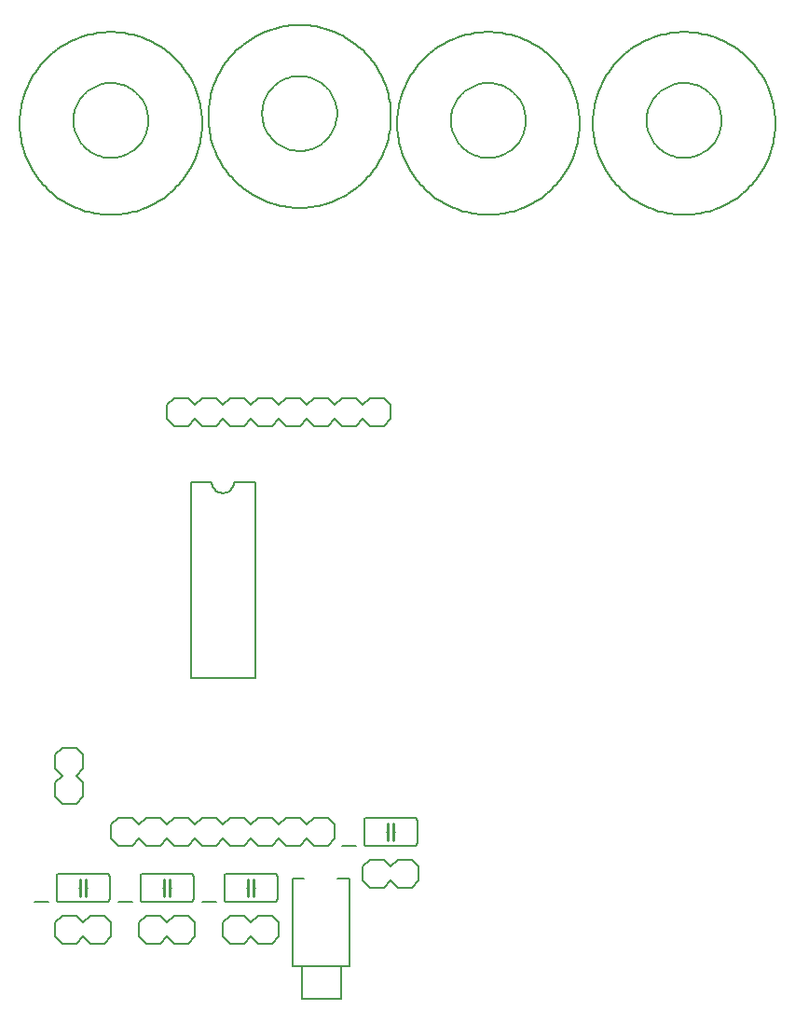
<source format=gto>
G75*
%MOIN*%
%OFA0B0*%
%FSLAX24Y24*%
%IPPOS*%
%LPD*%
%AMOC8*
5,1,8,0,0,1.08239X$1,22.5*
%
%ADD10C,0.0060*%
%ADD11C,0.0100*%
%ADD12C,0.0080*%
%ADD13C,0.0050*%
D10*
X003275Y008000D02*
X004975Y008000D01*
X004992Y008002D01*
X005009Y008006D01*
X005025Y008013D01*
X005039Y008023D01*
X005052Y008036D01*
X005062Y008050D01*
X005069Y008066D01*
X005073Y008083D01*
X005075Y008100D01*
X005075Y008900D01*
X005073Y008917D01*
X005069Y008934D01*
X005062Y008950D01*
X005052Y008964D01*
X005039Y008977D01*
X005025Y008987D01*
X005009Y008994D01*
X004992Y008998D01*
X004975Y009000D01*
X003275Y009000D01*
X003258Y008998D01*
X003241Y008994D01*
X003225Y008987D01*
X003211Y008977D01*
X003198Y008964D01*
X003188Y008950D01*
X003181Y008934D01*
X003177Y008917D01*
X003175Y008900D01*
X003175Y008100D01*
X003177Y008083D01*
X003181Y008066D01*
X003188Y008050D01*
X003198Y008036D01*
X003211Y008023D01*
X003225Y008013D01*
X003241Y008006D01*
X003258Y008002D01*
X003275Y008000D01*
X003975Y008500D02*
X004025Y008500D01*
X004225Y008500D02*
X004275Y008500D01*
X006175Y008900D02*
X006175Y008100D01*
X006177Y008083D01*
X006181Y008066D01*
X006188Y008050D01*
X006198Y008036D01*
X006211Y008023D01*
X006225Y008013D01*
X006241Y008006D01*
X006258Y008002D01*
X006275Y008000D01*
X007975Y008000D01*
X007992Y008002D01*
X008009Y008006D01*
X008025Y008013D01*
X008039Y008023D01*
X008052Y008036D01*
X008062Y008050D01*
X008069Y008066D01*
X008073Y008083D01*
X008075Y008100D01*
X008075Y008900D01*
X008073Y008917D01*
X008069Y008934D01*
X008062Y008950D01*
X008052Y008964D01*
X008039Y008977D01*
X008025Y008987D01*
X008009Y008994D01*
X007992Y008998D01*
X007975Y009000D01*
X006275Y009000D01*
X006258Y008998D01*
X006241Y008994D01*
X006225Y008987D01*
X006211Y008977D01*
X006198Y008964D01*
X006188Y008950D01*
X006181Y008934D01*
X006177Y008917D01*
X006175Y008900D01*
X006975Y008500D02*
X007025Y008500D01*
X007225Y008500D02*
X007275Y008500D01*
X009175Y008900D02*
X009175Y008100D01*
X009177Y008083D01*
X009181Y008066D01*
X009188Y008050D01*
X009198Y008036D01*
X009211Y008023D01*
X009225Y008013D01*
X009241Y008006D01*
X009258Y008002D01*
X009275Y008000D01*
X010975Y008000D01*
X010992Y008002D01*
X011009Y008006D01*
X011025Y008013D01*
X011039Y008023D01*
X011052Y008036D01*
X011062Y008050D01*
X011069Y008066D01*
X011073Y008083D01*
X011075Y008100D01*
X011075Y008900D01*
X011073Y008917D01*
X011069Y008934D01*
X011062Y008950D01*
X011052Y008964D01*
X011039Y008977D01*
X011025Y008987D01*
X011009Y008994D01*
X010992Y008998D01*
X010975Y009000D01*
X009275Y009000D01*
X009258Y008998D01*
X009241Y008994D01*
X009225Y008987D01*
X009211Y008977D01*
X009198Y008964D01*
X009188Y008950D01*
X009181Y008934D01*
X009177Y008917D01*
X009175Y008900D01*
X009975Y008500D02*
X010025Y008500D01*
X010225Y008500D02*
X010275Y008500D01*
X014175Y010100D02*
X014175Y010900D01*
X014177Y010917D01*
X014181Y010934D01*
X014188Y010950D01*
X014198Y010964D01*
X014211Y010977D01*
X014225Y010987D01*
X014241Y010994D01*
X014258Y010998D01*
X014275Y011000D01*
X015975Y011000D01*
X015992Y010998D01*
X016009Y010994D01*
X016025Y010987D01*
X016039Y010977D01*
X016052Y010964D01*
X016062Y010950D01*
X016069Y010934D01*
X016073Y010917D01*
X016075Y010900D01*
X016075Y010100D01*
X016073Y010083D01*
X016069Y010066D01*
X016062Y010050D01*
X016052Y010036D01*
X016039Y010023D01*
X016025Y010013D01*
X016009Y010006D01*
X015992Y010002D01*
X015975Y010000D01*
X014275Y010000D01*
X014258Y010002D01*
X014241Y010006D01*
X014225Y010013D01*
X014211Y010023D01*
X014198Y010036D01*
X014188Y010050D01*
X014181Y010066D01*
X014177Y010083D01*
X014175Y010100D01*
X014975Y010500D02*
X015025Y010500D01*
X015225Y010500D02*
X015275Y010500D01*
X010275Y016000D02*
X007975Y016000D01*
X007975Y023000D01*
X008725Y023000D01*
X008727Y022961D01*
X008733Y022922D01*
X008742Y022884D01*
X008755Y022847D01*
X008772Y022811D01*
X008792Y022778D01*
X008816Y022746D01*
X008842Y022717D01*
X008871Y022691D01*
X008903Y022667D01*
X008936Y022647D01*
X008972Y022630D01*
X009009Y022617D01*
X009047Y022608D01*
X009086Y022602D01*
X009125Y022600D01*
X009164Y022602D01*
X009203Y022608D01*
X009241Y022617D01*
X009278Y022630D01*
X009314Y022647D01*
X009347Y022667D01*
X009379Y022691D01*
X009408Y022717D01*
X009434Y022746D01*
X009458Y022778D01*
X009478Y022811D01*
X009495Y022847D01*
X009508Y022884D01*
X009517Y022922D01*
X009523Y022961D01*
X009525Y023000D01*
X010275Y023000D01*
X010275Y016000D01*
D11*
X015025Y010800D02*
X015025Y010500D01*
X015025Y010200D01*
X015225Y010200D02*
X015225Y010500D01*
X015225Y010800D01*
X010225Y008800D02*
X010225Y008500D01*
X010225Y008200D01*
X010025Y008200D02*
X010025Y008500D01*
X010025Y008800D01*
X007225Y008800D02*
X007225Y008500D01*
X007225Y008200D01*
X007025Y008200D02*
X007025Y008500D01*
X007025Y008800D01*
X004225Y008800D02*
X004225Y008500D01*
X004225Y008200D01*
X004025Y008200D02*
X004025Y008500D01*
X004025Y008800D01*
D12*
X003875Y006500D02*
X003375Y006500D01*
X003125Y006750D01*
X003125Y007250D01*
X003375Y007500D01*
X003875Y007500D01*
X004125Y007250D01*
X004375Y007500D01*
X004875Y007500D01*
X005125Y007250D01*
X005125Y006750D01*
X004875Y006500D01*
X004375Y006500D01*
X004125Y006750D01*
X003875Y006500D01*
X002875Y008000D02*
X002375Y008000D01*
X005125Y010250D02*
X005125Y010750D01*
X005375Y011000D01*
X005875Y011000D01*
X006125Y010750D01*
X006375Y011000D01*
X006875Y011000D01*
X007125Y010750D01*
X007375Y011000D01*
X007875Y011000D01*
X008125Y010750D01*
X008375Y011000D01*
X008875Y011000D01*
X009125Y010750D01*
X009375Y011000D01*
X009875Y011000D01*
X010125Y010750D01*
X010375Y011000D01*
X010875Y011000D01*
X011125Y010750D01*
X011375Y011000D01*
X011875Y011000D01*
X012125Y010750D01*
X012375Y011000D01*
X012875Y011000D01*
X013125Y010750D01*
X013125Y010250D01*
X012875Y010000D01*
X012375Y010000D01*
X012125Y010250D01*
X011875Y010000D01*
X011375Y010000D01*
X011125Y010250D01*
X010875Y010000D01*
X010375Y010000D01*
X010125Y010250D01*
X009875Y010000D01*
X009375Y010000D01*
X009125Y010250D01*
X008875Y010000D01*
X008375Y010000D01*
X008125Y010250D01*
X007875Y010000D01*
X007375Y010000D01*
X007125Y010250D01*
X006875Y010000D01*
X006375Y010000D01*
X006125Y010250D01*
X005875Y010000D01*
X005375Y010000D01*
X005125Y010250D01*
X003875Y011500D02*
X004125Y011750D01*
X004125Y012250D01*
X003875Y012500D01*
X004125Y012750D01*
X004125Y013250D01*
X003875Y013500D01*
X003375Y013500D01*
X003125Y013250D01*
X003125Y012750D01*
X003375Y012500D01*
X003125Y012250D01*
X003125Y011750D01*
X003375Y011500D01*
X003875Y011500D01*
X005375Y008000D02*
X005875Y008000D01*
X006375Y007500D02*
X006125Y007250D01*
X006125Y006750D01*
X006375Y006500D01*
X006875Y006500D01*
X007125Y006750D01*
X007375Y006500D01*
X007875Y006500D01*
X008125Y006750D01*
X008125Y007250D01*
X007875Y007500D01*
X007375Y007500D01*
X007125Y007250D01*
X006875Y007500D01*
X006375Y007500D01*
X008375Y008000D02*
X008875Y008000D01*
X009375Y007500D02*
X009125Y007250D01*
X009125Y006750D01*
X009375Y006500D01*
X009875Y006500D01*
X010125Y006750D01*
X010375Y006500D01*
X010875Y006500D01*
X011125Y006750D01*
X011125Y007250D01*
X010875Y007500D01*
X010375Y007500D01*
X010125Y007250D01*
X009875Y007500D01*
X009375Y007500D01*
X013375Y010000D02*
X013875Y010000D01*
X014375Y009500D02*
X014125Y009250D01*
X014125Y008750D01*
X014375Y008500D01*
X014875Y008500D01*
X015125Y008750D01*
X015375Y008500D01*
X015875Y008500D01*
X016125Y008750D01*
X016125Y009250D01*
X015875Y009500D01*
X015375Y009500D01*
X015125Y009250D01*
X014875Y009500D01*
X014375Y009500D01*
X014375Y025000D02*
X014125Y025250D01*
X013875Y025000D01*
X013375Y025000D01*
X013125Y025250D01*
X012875Y025000D01*
X012375Y025000D01*
X012125Y025250D01*
X011875Y025000D01*
X011375Y025000D01*
X011125Y025250D01*
X010875Y025000D01*
X010375Y025000D01*
X010125Y025250D01*
X009875Y025000D01*
X009375Y025000D01*
X009125Y025250D01*
X008875Y025000D01*
X008375Y025000D01*
X008125Y025250D01*
X007875Y025000D01*
X007375Y025000D01*
X007125Y025250D01*
X007125Y025750D01*
X007375Y026000D01*
X007875Y026000D01*
X008125Y025750D01*
X008375Y026000D01*
X008875Y026000D01*
X009125Y025750D01*
X009375Y026000D01*
X009875Y026000D01*
X010125Y025750D01*
X010375Y026000D01*
X010875Y026000D01*
X011125Y025750D01*
X011375Y026000D01*
X011875Y026000D01*
X012125Y025750D01*
X012375Y026000D01*
X012875Y026000D01*
X013125Y025750D01*
X013375Y026000D01*
X013875Y026000D01*
X014125Y025750D01*
X014375Y026000D01*
X014875Y026000D01*
X015125Y025750D01*
X015125Y025250D01*
X014875Y025000D01*
X014375Y025000D01*
D13*
X015360Y035811D02*
X015362Y035925D01*
X015368Y036039D01*
X015378Y036152D01*
X015392Y036265D01*
X015410Y036378D01*
X015431Y036490D01*
X015457Y036601D01*
X015486Y036711D01*
X015520Y036820D01*
X015557Y036928D01*
X015598Y037034D01*
X015642Y037139D01*
X015690Y037242D01*
X015742Y037344D01*
X015797Y037443D01*
X015856Y037541D01*
X015918Y037637D01*
X015984Y037730D01*
X016052Y037821D01*
X016124Y037910D01*
X016199Y037996D01*
X016276Y038079D01*
X016357Y038160D01*
X016440Y038237D01*
X016526Y038312D01*
X016615Y038384D01*
X016706Y038452D01*
X016799Y038518D01*
X016895Y038580D01*
X016992Y038639D01*
X017092Y038694D01*
X017194Y038746D01*
X017297Y038794D01*
X017402Y038838D01*
X017508Y038879D01*
X017616Y038916D01*
X017725Y038950D01*
X017835Y038979D01*
X017946Y039005D01*
X018058Y039026D01*
X018171Y039044D01*
X018284Y039058D01*
X018397Y039068D01*
X018511Y039074D01*
X018625Y039076D01*
X018739Y039074D01*
X018853Y039068D01*
X018966Y039058D01*
X019079Y039044D01*
X019192Y039026D01*
X019304Y039005D01*
X019415Y038979D01*
X019525Y038950D01*
X019634Y038916D01*
X019742Y038879D01*
X019848Y038838D01*
X019953Y038794D01*
X020056Y038746D01*
X020158Y038694D01*
X020257Y038639D01*
X020355Y038580D01*
X020451Y038518D01*
X020544Y038452D01*
X020635Y038384D01*
X020724Y038312D01*
X020810Y038237D01*
X020893Y038160D01*
X020974Y038079D01*
X021051Y037996D01*
X021126Y037910D01*
X021198Y037821D01*
X021266Y037730D01*
X021332Y037637D01*
X021394Y037541D01*
X021453Y037443D01*
X021508Y037344D01*
X021560Y037242D01*
X021608Y037139D01*
X021652Y037034D01*
X021693Y036928D01*
X021730Y036820D01*
X021764Y036711D01*
X021793Y036601D01*
X021819Y036490D01*
X021840Y036378D01*
X021858Y036265D01*
X021872Y036152D01*
X021882Y036039D01*
X021888Y035925D01*
X021890Y035811D01*
X021888Y035697D01*
X021882Y035583D01*
X021872Y035470D01*
X021858Y035357D01*
X021840Y035244D01*
X021819Y035132D01*
X021793Y035021D01*
X021764Y034911D01*
X021730Y034802D01*
X021693Y034694D01*
X021652Y034588D01*
X021608Y034483D01*
X021560Y034380D01*
X021508Y034278D01*
X021453Y034178D01*
X021394Y034081D01*
X021332Y033985D01*
X021266Y033892D01*
X021198Y033801D01*
X021126Y033712D01*
X021051Y033626D01*
X020974Y033543D01*
X020893Y033462D01*
X020810Y033385D01*
X020724Y033310D01*
X020635Y033238D01*
X020544Y033170D01*
X020451Y033104D01*
X020355Y033042D01*
X020258Y032983D01*
X020158Y032928D01*
X020056Y032876D01*
X019953Y032828D01*
X019848Y032784D01*
X019742Y032743D01*
X019634Y032706D01*
X019525Y032672D01*
X019415Y032643D01*
X019304Y032617D01*
X019192Y032596D01*
X019079Y032578D01*
X018966Y032564D01*
X018853Y032554D01*
X018739Y032548D01*
X018625Y032546D01*
X018511Y032548D01*
X018397Y032554D01*
X018284Y032564D01*
X018171Y032578D01*
X018058Y032596D01*
X017946Y032617D01*
X017835Y032643D01*
X017725Y032672D01*
X017616Y032706D01*
X017508Y032743D01*
X017402Y032784D01*
X017297Y032828D01*
X017194Y032876D01*
X017092Y032928D01*
X016992Y032983D01*
X016895Y033042D01*
X016799Y033104D01*
X016706Y033170D01*
X016615Y033238D01*
X016526Y033310D01*
X016440Y033385D01*
X016357Y033462D01*
X016276Y033543D01*
X016199Y033626D01*
X016124Y033712D01*
X016052Y033801D01*
X015984Y033892D01*
X015918Y033985D01*
X015856Y034081D01*
X015797Y034178D01*
X015742Y034278D01*
X015690Y034380D01*
X015642Y034483D01*
X015598Y034588D01*
X015557Y034694D01*
X015520Y034802D01*
X015486Y034911D01*
X015457Y035021D01*
X015431Y035132D01*
X015410Y035244D01*
X015392Y035357D01*
X015378Y035470D01*
X015368Y035583D01*
X015362Y035697D01*
X015360Y035811D01*
X017286Y035917D02*
X017288Y035990D01*
X017294Y036063D01*
X017304Y036135D01*
X017318Y036207D01*
X017336Y036278D01*
X017357Y036348D01*
X017383Y036417D01*
X017412Y036484D01*
X017445Y036549D01*
X017481Y036613D01*
X017521Y036674D01*
X017564Y036733D01*
X017610Y036790D01*
X017659Y036844D01*
X017711Y036896D01*
X017766Y036944D01*
X017823Y036989D01*
X017883Y037032D01*
X017945Y037070D01*
X018009Y037106D01*
X018075Y037138D01*
X018142Y037166D01*
X018211Y037190D01*
X018281Y037211D01*
X018353Y037228D01*
X018425Y037241D01*
X018497Y037250D01*
X018570Y037255D01*
X018643Y037256D01*
X018716Y037253D01*
X018789Y037246D01*
X018862Y037235D01*
X018933Y037220D01*
X019004Y037201D01*
X019073Y037179D01*
X019142Y037152D01*
X019208Y037122D01*
X019273Y037089D01*
X019336Y037051D01*
X019397Y037011D01*
X019456Y036967D01*
X019512Y036920D01*
X019565Y036870D01*
X019616Y036817D01*
X019664Y036762D01*
X019708Y036704D01*
X019750Y036644D01*
X019788Y036581D01*
X019822Y036517D01*
X019853Y036450D01*
X019880Y036383D01*
X019904Y036313D01*
X019924Y036243D01*
X019940Y036171D01*
X019952Y036099D01*
X019960Y036027D01*
X019964Y035954D01*
X019964Y035880D01*
X019960Y035807D01*
X019952Y035735D01*
X019940Y035663D01*
X019924Y035591D01*
X019904Y035521D01*
X019880Y035451D01*
X019853Y035384D01*
X019822Y035317D01*
X019788Y035253D01*
X019750Y035190D01*
X019708Y035130D01*
X019664Y035072D01*
X019616Y035017D01*
X019565Y034964D01*
X019512Y034914D01*
X019456Y034867D01*
X019397Y034823D01*
X019336Y034783D01*
X019273Y034745D01*
X019208Y034712D01*
X019142Y034682D01*
X019073Y034655D01*
X019004Y034633D01*
X018933Y034614D01*
X018862Y034599D01*
X018789Y034588D01*
X018716Y034581D01*
X018643Y034578D01*
X018570Y034579D01*
X018497Y034584D01*
X018425Y034593D01*
X018353Y034606D01*
X018281Y034623D01*
X018211Y034644D01*
X018142Y034668D01*
X018075Y034696D01*
X018009Y034728D01*
X017945Y034764D01*
X017883Y034802D01*
X017823Y034845D01*
X017766Y034890D01*
X017711Y034938D01*
X017659Y034990D01*
X017610Y035044D01*
X017564Y035101D01*
X017521Y035160D01*
X017481Y035221D01*
X017445Y035285D01*
X017412Y035350D01*
X017383Y035417D01*
X017357Y035486D01*
X017336Y035556D01*
X017318Y035627D01*
X017304Y035699D01*
X017294Y035771D01*
X017288Y035844D01*
X017286Y035917D01*
X008610Y036061D02*
X008612Y036175D01*
X008618Y036289D01*
X008628Y036402D01*
X008642Y036515D01*
X008660Y036628D01*
X008681Y036740D01*
X008707Y036851D01*
X008736Y036961D01*
X008770Y037070D01*
X008807Y037178D01*
X008848Y037284D01*
X008892Y037389D01*
X008940Y037492D01*
X008992Y037594D01*
X009047Y037693D01*
X009106Y037791D01*
X009168Y037887D01*
X009234Y037980D01*
X009302Y038071D01*
X009374Y038160D01*
X009449Y038246D01*
X009526Y038329D01*
X009607Y038410D01*
X009690Y038487D01*
X009776Y038562D01*
X009865Y038634D01*
X009956Y038702D01*
X010049Y038768D01*
X010145Y038830D01*
X010242Y038889D01*
X010342Y038944D01*
X010444Y038996D01*
X010547Y039044D01*
X010652Y039088D01*
X010758Y039129D01*
X010866Y039166D01*
X010975Y039200D01*
X011085Y039229D01*
X011196Y039255D01*
X011308Y039276D01*
X011421Y039294D01*
X011534Y039308D01*
X011647Y039318D01*
X011761Y039324D01*
X011875Y039326D01*
X011989Y039324D01*
X012103Y039318D01*
X012216Y039308D01*
X012329Y039294D01*
X012442Y039276D01*
X012554Y039255D01*
X012665Y039229D01*
X012775Y039200D01*
X012884Y039166D01*
X012992Y039129D01*
X013098Y039088D01*
X013203Y039044D01*
X013306Y038996D01*
X013408Y038944D01*
X013507Y038889D01*
X013605Y038830D01*
X013701Y038768D01*
X013794Y038702D01*
X013885Y038634D01*
X013974Y038562D01*
X014060Y038487D01*
X014143Y038410D01*
X014224Y038329D01*
X014301Y038246D01*
X014376Y038160D01*
X014448Y038071D01*
X014516Y037980D01*
X014582Y037887D01*
X014644Y037791D01*
X014703Y037693D01*
X014758Y037594D01*
X014810Y037492D01*
X014858Y037389D01*
X014902Y037284D01*
X014943Y037178D01*
X014980Y037070D01*
X015014Y036961D01*
X015043Y036851D01*
X015069Y036740D01*
X015090Y036628D01*
X015108Y036515D01*
X015122Y036402D01*
X015132Y036289D01*
X015138Y036175D01*
X015140Y036061D01*
X015138Y035947D01*
X015132Y035833D01*
X015122Y035720D01*
X015108Y035607D01*
X015090Y035494D01*
X015069Y035382D01*
X015043Y035271D01*
X015014Y035161D01*
X014980Y035052D01*
X014943Y034944D01*
X014902Y034838D01*
X014858Y034733D01*
X014810Y034630D01*
X014758Y034528D01*
X014703Y034428D01*
X014644Y034331D01*
X014582Y034235D01*
X014516Y034142D01*
X014448Y034051D01*
X014376Y033962D01*
X014301Y033876D01*
X014224Y033793D01*
X014143Y033712D01*
X014060Y033635D01*
X013974Y033560D01*
X013885Y033488D01*
X013794Y033420D01*
X013701Y033354D01*
X013605Y033292D01*
X013508Y033233D01*
X013408Y033178D01*
X013306Y033126D01*
X013203Y033078D01*
X013098Y033034D01*
X012992Y032993D01*
X012884Y032956D01*
X012775Y032922D01*
X012665Y032893D01*
X012554Y032867D01*
X012442Y032846D01*
X012329Y032828D01*
X012216Y032814D01*
X012103Y032804D01*
X011989Y032798D01*
X011875Y032796D01*
X011761Y032798D01*
X011647Y032804D01*
X011534Y032814D01*
X011421Y032828D01*
X011308Y032846D01*
X011196Y032867D01*
X011085Y032893D01*
X010975Y032922D01*
X010866Y032956D01*
X010758Y032993D01*
X010652Y033034D01*
X010547Y033078D01*
X010444Y033126D01*
X010342Y033178D01*
X010242Y033233D01*
X010145Y033292D01*
X010049Y033354D01*
X009956Y033420D01*
X009865Y033488D01*
X009776Y033560D01*
X009690Y033635D01*
X009607Y033712D01*
X009526Y033793D01*
X009449Y033876D01*
X009374Y033962D01*
X009302Y034051D01*
X009234Y034142D01*
X009168Y034235D01*
X009106Y034331D01*
X009047Y034428D01*
X008992Y034528D01*
X008940Y034630D01*
X008892Y034733D01*
X008848Y034838D01*
X008807Y034944D01*
X008770Y035052D01*
X008736Y035161D01*
X008707Y035271D01*
X008681Y035382D01*
X008660Y035494D01*
X008642Y035607D01*
X008628Y035720D01*
X008618Y035833D01*
X008612Y035947D01*
X008610Y036061D01*
X010536Y036167D02*
X010538Y036240D01*
X010544Y036313D01*
X010554Y036385D01*
X010568Y036457D01*
X010586Y036528D01*
X010607Y036598D01*
X010633Y036667D01*
X010662Y036734D01*
X010695Y036799D01*
X010731Y036863D01*
X010771Y036924D01*
X010814Y036983D01*
X010860Y037040D01*
X010909Y037094D01*
X010961Y037146D01*
X011016Y037194D01*
X011073Y037239D01*
X011133Y037282D01*
X011195Y037320D01*
X011259Y037356D01*
X011325Y037388D01*
X011392Y037416D01*
X011461Y037440D01*
X011531Y037461D01*
X011603Y037478D01*
X011675Y037491D01*
X011747Y037500D01*
X011820Y037505D01*
X011893Y037506D01*
X011966Y037503D01*
X012039Y037496D01*
X012112Y037485D01*
X012183Y037470D01*
X012254Y037451D01*
X012323Y037429D01*
X012392Y037402D01*
X012458Y037372D01*
X012523Y037339D01*
X012586Y037301D01*
X012647Y037261D01*
X012706Y037217D01*
X012762Y037170D01*
X012815Y037120D01*
X012866Y037067D01*
X012914Y037012D01*
X012958Y036954D01*
X013000Y036894D01*
X013038Y036831D01*
X013072Y036767D01*
X013103Y036700D01*
X013130Y036633D01*
X013154Y036563D01*
X013174Y036493D01*
X013190Y036421D01*
X013202Y036349D01*
X013210Y036277D01*
X013214Y036204D01*
X013214Y036130D01*
X013210Y036057D01*
X013202Y035985D01*
X013190Y035913D01*
X013174Y035841D01*
X013154Y035771D01*
X013130Y035701D01*
X013103Y035634D01*
X013072Y035567D01*
X013038Y035503D01*
X013000Y035440D01*
X012958Y035380D01*
X012914Y035322D01*
X012866Y035267D01*
X012815Y035214D01*
X012762Y035164D01*
X012706Y035117D01*
X012647Y035073D01*
X012586Y035033D01*
X012523Y034995D01*
X012458Y034962D01*
X012392Y034932D01*
X012323Y034905D01*
X012254Y034883D01*
X012183Y034864D01*
X012112Y034849D01*
X012039Y034838D01*
X011966Y034831D01*
X011893Y034828D01*
X011820Y034829D01*
X011747Y034834D01*
X011675Y034843D01*
X011603Y034856D01*
X011531Y034873D01*
X011461Y034894D01*
X011392Y034918D01*
X011325Y034946D01*
X011259Y034978D01*
X011195Y035014D01*
X011133Y035052D01*
X011073Y035095D01*
X011016Y035140D01*
X010961Y035188D01*
X010909Y035240D01*
X010860Y035294D01*
X010814Y035351D01*
X010771Y035410D01*
X010731Y035471D01*
X010695Y035535D01*
X010662Y035600D01*
X010633Y035667D01*
X010607Y035736D01*
X010586Y035806D01*
X010568Y035877D01*
X010554Y035949D01*
X010544Y036021D01*
X010538Y036094D01*
X010536Y036167D01*
X003786Y035917D02*
X003788Y035990D01*
X003794Y036063D01*
X003804Y036135D01*
X003818Y036207D01*
X003836Y036278D01*
X003857Y036348D01*
X003883Y036417D01*
X003912Y036484D01*
X003945Y036549D01*
X003981Y036613D01*
X004021Y036674D01*
X004064Y036733D01*
X004110Y036790D01*
X004159Y036844D01*
X004211Y036896D01*
X004266Y036944D01*
X004323Y036989D01*
X004383Y037032D01*
X004445Y037070D01*
X004509Y037106D01*
X004575Y037138D01*
X004642Y037166D01*
X004711Y037190D01*
X004781Y037211D01*
X004853Y037228D01*
X004925Y037241D01*
X004997Y037250D01*
X005070Y037255D01*
X005143Y037256D01*
X005216Y037253D01*
X005289Y037246D01*
X005362Y037235D01*
X005433Y037220D01*
X005504Y037201D01*
X005573Y037179D01*
X005642Y037152D01*
X005708Y037122D01*
X005773Y037089D01*
X005836Y037051D01*
X005897Y037011D01*
X005956Y036967D01*
X006012Y036920D01*
X006065Y036870D01*
X006116Y036817D01*
X006164Y036762D01*
X006208Y036704D01*
X006250Y036644D01*
X006288Y036581D01*
X006322Y036517D01*
X006353Y036450D01*
X006380Y036383D01*
X006404Y036313D01*
X006424Y036243D01*
X006440Y036171D01*
X006452Y036099D01*
X006460Y036027D01*
X006464Y035954D01*
X006464Y035880D01*
X006460Y035807D01*
X006452Y035735D01*
X006440Y035663D01*
X006424Y035591D01*
X006404Y035521D01*
X006380Y035451D01*
X006353Y035384D01*
X006322Y035317D01*
X006288Y035253D01*
X006250Y035190D01*
X006208Y035130D01*
X006164Y035072D01*
X006116Y035017D01*
X006065Y034964D01*
X006012Y034914D01*
X005956Y034867D01*
X005897Y034823D01*
X005836Y034783D01*
X005773Y034745D01*
X005708Y034712D01*
X005642Y034682D01*
X005573Y034655D01*
X005504Y034633D01*
X005433Y034614D01*
X005362Y034599D01*
X005289Y034588D01*
X005216Y034581D01*
X005143Y034578D01*
X005070Y034579D01*
X004997Y034584D01*
X004925Y034593D01*
X004853Y034606D01*
X004781Y034623D01*
X004711Y034644D01*
X004642Y034668D01*
X004575Y034696D01*
X004509Y034728D01*
X004445Y034764D01*
X004383Y034802D01*
X004323Y034845D01*
X004266Y034890D01*
X004211Y034938D01*
X004159Y034990D01*
X004110Y035044D01*
X004064Y035101D01*
X004021Y035160D01*
X003981Y035221D01*
X003945Y035285D01*
X003912Y035350D01*
X003883Y035417D01*
X003857Y035486D01*
X003836Y035556D01*
X003818Y035627D01*
X003804Y035699D01*
X003794Y035771D01*
X003788Y035844D01*
X003786Y035917D01*
X001860Y035811D02*
X001862Y035925D01*
X001868Y036039D01*
X001878Y036152D01*
X001892Y036265D01*
X001910Y036378D01*
X001931Y036490D01*
X001957Y036601D01*
X001986Y036711D01*
X002020Y036820D01*
X002057Y036928D01*
X002098Y037034D01*
X002142Y037139D01*
X002190Y037242D01*
X002242Y037344D01*
X002297Y037443D01*
X002356Y037541D01*
X002418Y037637D01*
X002484Y037730D01*
X002552Y037821D01*
X002624Y037910D01*
X002699Y037996D01*
X002776Y038079D01*
X002857Y038160D01*
X002940Y038237D01*
X003026Y038312D01*
X003115Y038384D01*
X003206Y038452D01*
X003299Y038518D01*
X003395Y038580D01*
X003492Y038639D01*
X003592Y038694D01*
X003694Y038746D01*
X003797Y038794D01*
X003902Y038838D01*
X004008Y038879D01*
X004116Y038916D01*
X004225Y038950D01*
X004335Y038979D01*
X004446Y039005D01*
X004558Y039026D01*
X004671Y039044D01*
X004784Y039058D01*
X004897Y039068D01*
X005011Y039074D01*
X005125Y039076D01*
X005239Y039074D01*
X005353Y039068D01*
X005466Y039058D01*
X005579Y039044D01*
X005692Y039026D01*
X005804Y039005D01*
X005915Y038979D01*
X006025Y038950D01*
X006134Y038916D01*
X006242Y038879D01*
X006348Y038838D01*
X006453Y038794D01*
X006556Y038746D01*
X006658Y038694D01*
X006757Y038639D01*
X006855Y038580D01*
X006951Y038518D01*
X007044Y038452D01*
X007135Y038384D01*
X007224Y038312D01*
X007310Y038237D01*
X007393Y038160D01*
X007474Y038079D01*
X007551Y037996D01*
X007626Y037910D01*
X007698Y037821D01*
X007766Y037730D01*
X007832Y037637D01*
X007894Y037541D01*
X007953Y037443D01*
X008008Y037344D01*
X008060Y037242D01*
X008108Y037139D01*
X008152Y037034D01*
X008193Y036928D01*
X008230Y036820D01*
X008264Y036711D01*
X008293Y036601D01*
X008319Y036490D01*
X008340Y036378D01*
X008358Y036265D01*
X008372Y036152D01*
X008382Y036039D01*
X008388Y035925D01*
X008390Y035811D01*
X008388Y035697D01*
X008382Y035583D01*
X008372Y035470D01*
X008358Y035357D01*
X008340Y035244D01*
X008319Y035132D01*
X008293Y035021D01*
X008264Y034911D01*
X008230Y034802D01*
X008193Y034694D01*
X008152Y034588D01*
X008108Y034483D01*
X008060Y034380D01*
X008008Y034278D01*
X007953Y034178D01*
X007894Y034081D01*
X007832Y033985D01*
X007766Y033892D01*
X007698Y033801D01*
X007626Y033712D01*
X007551Y033626D01*
X007474Y033543D01*
X007393Y033462D01*
X007310Y033385D01*
X007224Y033310D01*
X007135Y033238D01*
X007044Y033170D01*
X006951Y033104D01*
X006855Y033042D01*
X006758Y032983D01*
X006658Y032928D01*
X006556Y032876D01*
X006453Y032828D01*
X006348Y032784D01*
X006242Y032743D01*
X006134Y032706D01*
X006025Y032672D01*
X005915Y032643D01*
X005804Y032617D01*
X005692Y032596D01*
X005579Y032578D01*
X005466Y032564D01*
X005353Y032554D01*
X005239Y032548D01*
X005125Y032546D01*
X005011Y032548D01*
X004897Y032554D01*
X004784Y032564D01*
X004671Y032578D01*
X004558Y032596D01*
X004446Y032617D01*
X004335Y032643D01*
X004225Y032672D01*
X004116Y032706D01*
X004008Y032743D01*
X003902Y032784D01*
X003797Y032828D01*
X003694Y032876D01*
X003592Y032928D01*
X003492Y032983D01*
X003395Y033042D01*
X003299Y033104D01*
X003206Y033170D01*
X003115Y033238D01*
X003026Y033310D01*
X002940Y033385D01*
X002857Y033462D01*
X002776Y033543D01*
X002699Y033626D01*
X002624Y033712D01*
X002552Y033801D01*
X002484Y033892D01*
X002418Y033985D01*
X002356Y034081D01*
X002297Y034178D01*
X002242Y034278D01*
X002190Y034380D01*
X002142Y034483D01*
X002098Y034588D01*
X002057Y034694D01*
X002020Y034802D01*
X001986Y034911D01*
X001957Y035021D01*
X001931Y035132D01*
X001910Y035244D01*
X001892Y035357D01*
X001878Y035470D01*
X001868Y035583D01*
X001862Y035697D01*
X001860Y035811D01*
X022360Y035811D02*
X022362Y035925D01*
X022368Y036039D01*
X022378Y036152D01*
X022392Y036265D01*
X022410Y036378D01*
X022431Y036490D01*
X022457Y036601D01*
X022486Y036711D01*
X022520Y036820D01*
X022557Y036928D01*
X022598Y037034D01*
X022642Y037139D01*
X022690Y037242D01*
X022742Y037344D01*
X022797Y037443D01*
X022856Y037541D01*
X022918Y037637D01*
X022984Y037730D01*
X023052Y037821D01*
X023124Y037910D01*
X023199Y037996D01*
X023276Y038079D01*
X023357Y038160D01*
X023440Y038237D01*
X023526Y038312D01*
X023615Y038384D01*
X023706Y038452D01*
X023799Y038518D01*
X023895Y038580D01*
X023992Y038639D01*
X024092Y038694D01*
X024194Y038746D01*
X024297Y038794D01*
X024402Y038838D01*
X024508Y038879D01*
X024616Y038916D01*
X024725Y038950D01*
X024835Y038979D01*
X024946Y039005D01*
X025058Y039026D01*
X025171Y039044D01*
X025284Y039058D01*
X025397Y039068D01*
X025511Y039074D01*
X025625Y039076D01*
X025739Y039074D01*
X025853Y039068D01*
X025966Y039058D01*
X026079Y039044D01*
X026192Y039026D01*
X026304Y039005D01*
X026415Y038979D01*
X026525Y038950D01*
X026634Y038916D01*
X026742Y038879D01*
X026848Y038838D01*
X026953Y038794D01*
X027056Y038746D01*
X027158Y038694D01*
X027257Y038639D01*
X027355Y038580D01*
X027451Y038518D01*
X027544Y038452D01*
X027635Y038384D01*
X027724Y038312D01*
X027810Y038237D01*
X027893Y038160D01*
X027974Y038079D01*
X028051Y037996D01*
X028126Y037910D01*
X028198Y037821D01*
X028266Y037730D01*
X028332Y037637D01*
X028394Y037541D01*
X028453Y037443D01*
X028508Y037344D01*
X028560Y037242D01*
X028608Y037139D01*
X028652Y037034D01*
X028693Y036928D01*
X028730Y036820D01*
X028764Y036711D01*
X028793Y036601D01*
X028819Y036490D01*
X028840Y036378D01*
X028858Y036265D01*
X028872Y036152D01*
X028882Y036039D01*
X028888Y035925D01*
X028890Y035811D01*
X028888Y035697D01*
X028882Y035583D01*
X028872Y035470D01*
X028858Y035357D01*
X028840Y035244D01*
X028819Y035132D01*
X028793Y035021D01*
X028764Y034911D01*
X028730Y034802D01*
X028693Y034694D01*
X028652Y034588D01*
X028608Y034483D01*
X028560Y034380D01*
X028508Y034278D01*
X028453Y034178D01*
X028394Y034081D01*
X028332Y033985D01*
X028266Y033892D01*
X028198Y033801D01*
X028126Y033712D01*
X028051Y033626D01*
X027974Y033543D01*
X027893Y033462D01*
X027810Y033385D01*
X027724Y033310D01*
X027635Y033238D01*
X027544Y033170D01*
X027451Y033104D01*
X027355Y033042D01*
X027258Y032983D01*
X027158Y032928D01*
X027056Y032876D01*
X026953Y032828D01*
X026848Y032784D01*
X026742Y032743D01*
X026634Y032706D01*
X026525Y032672D01*
X026415Y032643D01*
X026304Y032617D01*
X026192Y032596D01*
X026079Y032578D01*
X025966Y032564D01*
X025853Y032554D01*
X025739Y032548D01*
X025625Y032546D01*
X025511Y032548D01*
X025397Y032554D01*
X025284Y032564D01*
X025171Y032578D01*
X025058Y032596D01*
X024946Y032617D01*
X024835Y032643D01*
X024725Y032672D01*
X024616Y032706D01*
X024508Y032743D01*
X024402Y032784D01*
X024297Y032828D01*
X024194Y032876D01*
X024092Y032928D01*
X023992Y032983D01*
X023895Y033042D01*
X023799Y033104D01*
X023706Y033170D01*
X023615Y033238D01*
X023526Y033310D01*
X023440Y033385D01*
X023357Y033462D01*
X023276Y033543D01*
X023199Y033626D01*
X023124Y033712D01*
X023052Y033801D01*
X022984Y033892D01*
X022918Y033985D01*
X022856Y034081D01*
X022797Y034178D01*
X022742Y034278D01*
X022690Y034380D01*
X022642Y034483D01*
X022598Y034588D01*
X022557Y034694D01*
X022520Y034802D01*
X022486Y034911D01*
X022457Y035021D01*
X022431Y035132D01*
X022410Y035244D01*
X022392Y035357D01*
X022378Y035470D01*
X022368Y035583D01*
X022362Y035697D01*
X022360Y035811D01*
X024286Y035917D02*
X024288Y035990D01*
X024294Y036063D01*
X024304Y036135D01*
X024318Y036207D01*
X024336Y036278D01*
X024357Y036348D01*
X024383Y036417D01*
X024412Y036484D01*
X024445Y036549D01*
X024481Y036613D01*
X024521Y036674D01*
X024564Y036733D01*
X024610Y036790D01*
X024659Y036844D01*
X024711Y036896D01*
X024766Y036944D01*
X024823Y036989D01*
X024883Y037032D01*
X024945Y037070D01*
X025009Y037106D01*
X025075Y037138D01*
X025142Y037166D01*
X025211Y037190D01*
X025281Y037211D01*
X025353Y037228D01*
X025425Y037241D01*
X025497Y037250D01*
X025570Y037255D01*
X025643Y037256D01*
X025716Y037253D01*
X025789Y037246D01*
X025862Y037235D01*
X025933Y037220D01*
X026004Y037201D01*
X026073Y037179D01*
X026142Y037152D01*
X026208Y037122D01*
X026273Y037089D01*
X026336Y037051D01*
X026397Y037011D01*
X026456Y036967D01*
X026512Y036920D01*
X026565Y036870D01*
X026616Y036817D01*
X026664Y036762D01*
X026708Y036704D01*
X026750Y036644D01*
X026788Y036581D01*
X026822Y036517D01*
X026853Y036450D01*
X026880Y036383D01*
X026904Y036313D01*
X026924Y036243D01*
X026940Y036171D01*
X026952Y036099D01*
X026960Y036027D01*
X026964Y035954D01*
X026964Y035880D01*
X026960Y035807D01*
X026952Y035735D01*
X026940Y035663D01*
X026924Y035591D01*
X026904Y035521D01*
X026880Y035451D01*
X026853Y035384D01*
X026822Y035317D01*
X026788Y035253D01*
X026750Y035190D01*
X026708Y035130D01*
X026664Y035072D01*
X026616Y035017D01*
X026565Y034964D01*
X026512Y034914D01*
X026456Y034867D01*
X026397Y034823D01*
X026336Y034783D01*
X026273Y034745D01*
X026208Y034712D01*
X026142Y034682D01*
X026073Y034655D01*
X026004Y034633D01*
X025933Y034614D01*
X025862Y034599D01*
X025789Y034588D01*
X025716Y034581D01*
X025643Y034578D01*
X025570Y034579D01*
X025497Y034584D01*
X025425Y034593D01*
X025353Y034606D01*
X025281Y034623D01*
X025211Y034644D01*
X025142Y034668D01*
X025075Y034696D01*
X025009Y034728D01*
X024945Y034764D01*
X024883Y034802D01*
X024823Y034845D01*
X024766Y034890D01*
X024711Y034938D01*
X024659Y034990D01*
X024610Y035044D01*
X024564Y035101D01*
X024521Y035160D01*
X024481Y035221D01*
X024445Y035285D01*
X024412Y035350D01*
X024383Y035417D01*
X024357Y035486D01*
X024336Y035556D01*
X024318Y035627D01*
X024304Y035699D01*
X024294Y035771D01*
X024288Y035844D01*
X024286Y035917D01*
X013649Y008811D02*
X013216Y008811D01*
X013649Y008811D02*
X013649Y005701D01*
X013373Y005701D01*
X013373Y004520D01*
X011956Y004520D01*
X011956Y005701D01*
X013373Y005701D01*
X011956Y005701D02*
X011641Y005701D01*
X011641Y008654D01*
X011641Y008811D01*
X012034Y008811D01*
X011641Y008732D02*
X011641Y008654D01*
M02*

</source>
